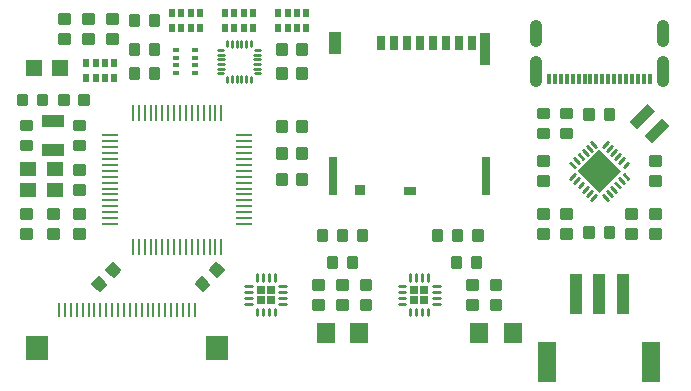
<source format=gbr>
G04 EAGLE Gerber RS-274X export*
G75*
%MOMM*%
%FSLAX34Y34*%
%LPD*%
%INSolderpaste Top*%
%IPPOS*%
%AMOC8*
5,1,8,0,0,1.08239X$1,22.5*%
G01*
%ADD10C,0.350000*%
%ADD11R,1.469200X0.280000*%
%ADD12R,0.280000X1.469200*%
%ADD13R,0.700000X1.270000*%
%ADD14R,1.050000X0.780000*%
%ADD15R,1.140000X1.830000*%
%ADD16R,0.700000X3.330000*%
%ADD17R,0.860000X2.800000*%
%ADD18R,0.900000X0.930000*%
%ADD19R,0.500000X0.350000*%
%ADD20C,0.220000*%
%ADD21R,1.900000X1.100000*%
%ADD22R,1.461800X1.211800*%
%ADD23R,0.300000X0.900000*%
%ADD24C,1.000000*%
%ADD25C,0.264000*%
%ADD26R,2.600000X2.600000*%
%ADD27R,1.400000X1.400000*%
%ADD28R,0.900000X2.100000*%
%ADD29C,0.270000*%
%ADD30R,0.760300X0.760300*%
%ADD31R,0.500000X0.650000*%
%ADD32R,1.500000X3.400000*%
%ADD33R,1.000000X3.500000*%
%ADD34R,0.250000X1.250000*%
%ADD35R,1.650000X2.050000*%
%ADD36R,1.905000X2.159000*%
%ADD37R,1.600000X1.800000*%


D10*
X91363Y96061D02*
X86061Y101363D01*
X90657Y105959D01*
X95959Y100657D01*
X91363Y96061D01*
X94688Y99386D02*
X88038Y99386D01*
X87409Y102711D02*
X93905Y102711D01*
X79343Y84041D02*
X74041Y89343D01*
X78637Y93939D01*
X83939Y88637D01*
X79343Y84041D01*
X82668Y87366D02*
X76018Y87366D01*
X75389Y90691D02*
X81885Y90691D01*
X237250Y196250D02*
X237250Y203750D01*
X237250Y196250D02*
X230750Y196250D01*
X230750Y203750D01*
X237250Y203750D01*
X237250Y199575D02*
X230750Y199575D01*
X230750Y202900D02*
X237250Y202900D01*
X254250Y203750D02*
X254250Y196250D01*
X247750Y196250D01*
X247750Y203750D01*
X254250Y203750D01*
X254250Y199575D02*
X247750Y199575D01*
X247750Y202900D02*
X254250Y202900D01*
X237250Y218750D02*
X237250Y226250D01*
X237250Y218750D02*
X230750Y218750D01*
X230750Y226250D01*
X237250Y226250D01*
X237250Y222075D02*
X230750Y222075D01*
X230750Y225400D02*
X237250Y225400D01*
X254250Y226250D02*
X254250Y218750D01*
X247750Y218750D01*
X247750Y226250D01*
X254250Y226250D01*
X254250Y222075D02*
X247750Y222075D01*
X247750Y225400D02*
X254250Y225400D01*
X112250Y263750D02*
X112250Y271250D01*
X112250Y263750D02*
X105750Y263750D01*
X105750Y271250D01*
X112250Y271250D01*
X112250Y267075D02*
X105750Y267075D01*
X105750Y270400D02*
X112250Y270400D01*
X129250Y271250D02*
X129250Y263750D01*
X122750Y263750D01*
X122750Y271250D01*
X129250Y271250D01*
X129250Y267075D02*
X122750Y267075D01*
X122750Y270400D02*
X129250Y270400D01*
X43750Y145250D02*
X36250Y145250D01*
X36250Y151750D01*
X43750Y151750D01*
X43750Y145250D01*
X43750Y148575D02*
X36250Y148575D01*
X36250Y128250D02*
X43750Y128250D01*
X36250Y128250D02*
X36250Y134750D01*
X43750Y134750D01*
X43750Y128250D01*
X43750Y131575D02*
X36250Y131575D01*
X21250Y145250D02*
X13750Y145250D01*
X13750Y151750D01*
X21250Y151750D01*
X21250Y145250D01*
X21250Y148575D02*
X13750Y148575D01*
X13750Y128250D02*
X21250Y128250D01*
X13750Y128250D02*
X13750Y134750D01*
X21250Y134750D01*
X21250Y128250D01*
X21250Y131575D02*
X13750Y131575D01*
X62750Y241250D02*
X62750Y248750D01*
X69250Y248750D01*
X69250Y241250D01*
X62750Y241250D01*
X62750Y244575D02*
X69250Y244575D01*
X69250Y247900D02*
X62750Y247900D01*
X45750Y248750D02*
X45750Y241250D01*
X45750Y248750D02*
X52250Y248750D01*
X52250Y241250D01*
X45750Y241250D01*
X45750Y244575D02*
X52250Y244575D01*
X52250Y247900D02*
X45750Y247900D01*
X173561Y101363D02*
X178863Y96061D01*
X173561Y101363D02*
X178157Y105959D01*
X183459Y100657D01*
X178863Y96061D01*
X182188Y99386D02*
X175538Y99386D01*
X174909Y102711D02*
X181405Y102711D01*
X166843Y84041D02*
X161541Y89343D01*
X166137Y93939D01*
X171439Y88637D01*
X166843Y84041D01*
X170168Y87366D02*
X163518Y87366D01*
X162889Y90691D02*
X169385Y90691D01*
X66250Y128250D02*
X66250Y134750D01*
X66250Y128250D02*
X58750Y128250D01*
X58750Y134750D01*
X66250Y134750D01*
X66250Y131575D02*
X58750Y131575D01*
X66250Y145250D02*
X66250Y151750D01*
X66250Y145250D02*
X58750Y145250D01*
X58750Y151750D01*
X66250Y151750D01*
X66250Y148575D02*
X58750Y148575D01*
D11*
X88287Y215000D03*
X88287Y210000D03*
X88287Y205000D03*
X88287Y200000D03*
X88287Y195000D03*
X88287Y190000D03*
X88287Y185000D03*
X88287Y180000D03*
X88287Y175000D03*
X88287Y170000D03*
X88287Y165000D03*
X88287Y160000D03*
X88287Y155000D03*
X88287Y150000D03*
X88287Y145000D03*
X88287Y140000D03*
D12*
X107500Y120787D03*
X112500Y120787D03*
X117500Y120787D03*
X122500Y120787D03*
X127500Y120787D03*
X132500Y120787D03*
X137500Y120787D03*
X142500Y120787D03*
X147500Y120787D03*
X152500Y120787D03*
X157500Y120787D03*
X162500Y120787D03*
X167500Y120787D03*
X172500Y120787D03*
X177500Y120787D03*
X182500Y120787D03*
D11*
X201713Y140000D03*
X201713Y145000D03*
X201713Y150000D03*
X201713Y155000D03*
X201713Y160000D03*
X201713Y165000D03*
X201713Y170000D03*
X201713Y175000D03*
X201713Y180000D03*
X201713Y185000D03*
X201713Y190000D03*
X201713Y195000D03*
X201713Y200000D03*
X201713Y205000D03*
X201713Y210000D03*
X201713Y215000D03*
D12*
X182500Y234213D03*
X177500Y234213D03*
X172500Y234213D03*
X167500Y234213D03*
X162500Y234213D03*
X157500Y234213D03*
X152500Y234213D03*
X147500Y234213D03*
X142500Y234213D03*
X137500Y234213D03*
X132500Y234213D03*
X127500Y234213D03*
X122500Y234213D03*
X117500Y234213D03*
X112500Y234213D03*
X107500Y234213D03*
D13*
X317800Y293200D03*
X328800Y293200D03*
X339800Y293200D03*
X350800Y293200D03*
X361800Y293200D03*
X372800Y293200D03*
X383800Y293200D03*
X394800Y293200D03*
D14*
X342550Y167800D03*
D15*
X279000Y293350D03*
D16*
X406400Y180567D03*
D17*
X405600Y288200D03*
D16*
X276800Y180567D03*
D18*
X299900Y168550D03*
D10*
X112250Y308750D02*
X112250Y316250D01*
X112250Y308750D02*
X105750Y308750D01*
X105750Y316250D01*
X112250Y316250D01*
X112250Y312075D02*
X105750Y312075D01*
X105750Y315400D02*
X112250Y315400D01*
X129250Y316250D02*
X129250Y308750D01*
X122750Y308750D01*
X122750Y316250D01*
X129250Y316250D01*
X129250Y312075D02*
X122750Y312075D01*
X122750Y315400D02*
X129250Y315400D01*
X66250Y182750D02*
X58750Y182750D01*
X58750Y189250D01*
X66250Y189250D01*
X66250Y182750D01*
X66250Y186075D02*
X58750Y186075D01*
X58750Y165750D02*
X66250Y165750D01*
X58750Y165750D02*
X58750Y172250D01*
X66250Y172250D01*
X66250Y165750D01*
X66250Y169075D02*
X58750Y169075D01*
X21250Y209750D02*
X13750Y209750D01*
X21250Y209750D02*
X21250Y203250D01*
X13750Y203250D01*
X13750Y209750D01*
X13750Y206575D02*
X21250Y206575D01*
X21250Y226750D02*
X13750Y226750D01*
X21250Y226750D02*
X21250Y220250D01*
X13750Y220250D01*
X13750Y226750D01*
X13750Y223575D02*
X21250Y223575D01*
X27750Y241250D02*
X27750Y248750D01*
X34250Y248750D01*
X34250Y241250D01*
X27750Y241250D01*
X27750Y244575D02*
X34250Y244575D01*
X34250Y247900D02*
X27750Y247900D01*
X10750Y248750D02*
X10750Y241250D01*
X10750Y248750D02*
X17250Y248750D01*
X17250Y241250D01*
X10750Y241250D01*
X10750Y244575D02*
X17250Y244575D01*
X17250Y247900D02*
X10750Y247900D01*
X58750Y209750D02*
X66250Y209750D01*
X66250Y203250D01*
X58750Y203250D01*
X58750Y209750D01*
X58750Y206575D02*
X66250Y206575D01*
X66250Y226750D02*
X58750Y226750D01*
X66250Y226750D02*
X66250Y220250D01*
X58750Y220250D01*
X58750Y226750D01*
X58750Y223575D02*
X66250Y223575D01*
X86250Y299750D02*
X93750Y299750D01*
X93750Y293250D01*
X86250Y293250D01*
X86250Y299750D01*
X86250Y296575D02*
X93750Y296575D01*
X93750Y316750D02*
X86250Y316750D01*
X93750Y316750D02*
X93750Y310250D01*
X86250Y310250D01*
X86250Y316750D01*
X86250Y313575D02*
X93750Y313575D01*
D19*
X160500Y287250D03*
X160500Y280750D03*
X160500Y274250D03*
X160500Y267750D03*
X144500Y267750D03*
X144500Y274250D03*
X144500Y280750D03*
X144500Y287250D03*
D10*
X112250Y283750D02*
X112250Y291250D01*
X112250Y283750D02*
X105750Y283750D01*
X105750Y291250D01*
X112250Y291250D01*
X112250Y287075D02*
X105750Y287075D01*
X105750Y290400D02*
X112250Y290400D01*
X129250Y291250D02*
X129250Y283750D01*
X122750Y283750D01*
X122750Y291250D01*
X129250Y291250D01*
X129250Y287075D02*
X122750Y287075D01*
X122750Y290400D02*
X129250Y290400D01*
D20*
X179954Y287500D02*
X184134Y287500D01*
X185134Y283500D02*
X179954Y283500D01*
X179954Y279500D02*
X185134Y279500D01*
X185134Y275500D02*
X179954Y275500D01*
X179954Y271500D02*
X185134Y271500D01*
X184134Y267500D02*
X179954Y267500D01*
X187500Y264134D02*
X187500Y259954D01*
X191500Y259954D02*
X191500Y265134D01*
X195500Y265134D02*
X195500Y259954D01*
X199500Y259954D02*
X199500Y265134D01*
X203500Y265134D02*
X203500Y259954D01*
X207500Y259954D02*
X207500Y264134D01*
X210866Y267500D02*
X215046Y267500D01*
X215046Y271500D02*
X209866Y271500D01*
X209866Y275500D02*
X215046Y275500D01*
X215046Y279500D02*
X209866Y279500D01*
X209866Y283500D02*
X215046Y283500D01*
X215046Y287500D02*
X210866Y287500D01*
X207500Y290866D02*
X207500Y295046D01*
X203500Y295046D02*
X203500Y289866D01*
X199500Y289866D02*
X199500Y295046D01*
X195500Y295046D02*
X195500Y289866D01*
X191500Y289866D02*
X191500Y295046D01*
X187500Y295046D02*
X187500Y290866D01*
D10*
X247750Y291250D02*
X247750Y283750D01*
X247750Y291250D02*
X254250Y291250D01*
X254250Y283750D01*
X247750Y283750D01*
X247750Y287075D02*
X254250Y287075D01*
X254250Y290400D02*
X247750Y290400D01*
X230750Y291250D02*
X230750Y283750D01*
X230750Y291250D02*
X237250Y291250D01*
X237250Y283750D01*
X230750Y283750D01*
X230750Y287075D02*
X237250Y287075D01*
X237250Y290400D02*
X230750Y290400D01*
X237250Y271250D02*
X237250Y263750D01*
X230750Y263750D01*
X230750Y271250D01*
X237250Y271250D01*
X237250Y267075D02*
X230750Y267075D01*
X230750Y270400D02*
X237250Y270400D01*
X254250Y271250D02*
X254250Y263750D01*
X247750Y263750D01*
X247750Y271250D01*
X254250Y271250D01*
X254250Y267075D02*
X247750Y267075D01*
X247750Y270400D02*
X254250Y270400D01*
D21*
X40000Y227500D03*
X40000Y202500D03*
D22*
X18750Y168500D03*
X41250Y168500D03*
X41250Y186500D03*
X18750Y186500D03*
D23*
X540000Y262800D03*
X530000Y262800D03*
X525000Y262800D03*
X520000Y262800D03*
X515000Y262800D03*
X510000Y262800D03*
X505000Y262800D03*
X500000Y262800D03*
X495000Y262800D03*
X490000Y262800D03*
X485000Y262800D03*
X480000Y262800D03*
X545000Y262800D03*
X535000Y262800D03*
X475000Y262800D03*
X470000Y262800D03*
X465000Y262800D03*
X460000Y262800D03*
D24*
X556500Y294800D02*
X556500Y307800D01*
X448500Y307800D02*
X448500Y294800D01*
X556500Y276750D02*
X556500Y261250D01*
X448500Y261250D02*
X448500Y276750D01*
D25*
X481947Y182124D02*
X477875Y178052D01*
X481410Y174517D02*
X485482Y178589D01*
X489018Y175053D02*
X484946Y170981D01*
X488481Y167446D02*
X492553Y171518D01*
X496089Y167982D02*
X492017Y163910D01*
X495552Y160375D02*
X499624Y164447D01*
X505376Y164447D02*
X509448Y160375D01*
X512983Y163910D02*
X508911Y167982D01*
X512447Y171518D02*
X516519Y167446D01*
X520054Y170981D02*
X515982Y175053D01*
X519518Y178589D02*
X523590Y174517D01*
X527125Y178052D02*
X523053Y182124D01*
X523053Y187876D02*
X527125Y191948D01*
X523590Y195483D02*
X519518Y191411D01*
X515982Y194947D02*
X520054Y199019D01*
X516519Y202554D02*
X512447Y198482D01*
X508911Y202018D02*
X512983Y206090D01*
X509448Y209625D02*
X505376Y205553D01*
X499624Y205553D02*
X495552Y209625D01*
X492017Y206090D02*
X496089Y202018D01*
X492553Y198482D02*
X488481Y202554D01*
X484946Y199019D02*
X489018Y194947D01*
X485482Y191411D02*
X481410Y195483D01*
X477875Y191948D02*
X481947Y187876D01*
D26*
G36*
X520884Y185000D02*
X502500Y166616D01*
X484116Y185000D01*
X502500Y203384D01*
X520884Y185000D01*
G37*
D10*
X451250Y190250D02*
X451250Y196750D01*
X458750Y196750D01*
X458750Y190250D01*
X451250Y190250D01*
X451250Y193575D02*
X458750Y193575D01*
X451250Y179750D02*
X451250Y173250D01*
X451250Y179750D02*
X458750Y179750D01*
X458750Y173250D01*
X451250Y173250D01*
X451250Y176575D02*
X458750Y176575D01*
X533750Y134750D02*
X533750Y128250D01*
X526250Y128250D01*
X526250Y134750D01*
X533750Y134750D01*
X533750Y131575D02*
X526250Y131575D01*
X533750Y145250D02*
X533750Y151750D01*
X533750Y145250D02*
X526250Y145250D01*
X526250Y151750D01*
X533750Y151750D01*
X533750Y148575D02*
X526250Y148575D01*
X458750Y134750D02*
X458750Y128250D01*
X451250Y128250D01*
X451250Y134750D01*
X458750Y134750D01*
X458750Y131575D02*
X451250Y131575D01*
X458750Y145250D02*
X458750Y151750D01*
X458750Y145250D02*
X451250Y145250D01*
X451250Y151750D01*
X458750Y151750D01*
X458750Y148575D02*
X451250Y148575D01*
X471250Y151750D02*
X471250Y145250D01*
X471250Y151750D02*
X478750Y151750D01*
X478750Y145250D01*
X471250Y145250D01*
X471250Y148575D02*
X478750Y148575D01*
X471250Y134750D02*
X471250Y128250D01*
X471250Y134750D02*
X478750Y134750D01*
X478750Y128250D01*
X471250Y128250D01*
X471250Y131575D02*
X478750Y131575D01*
X507750Y228750D02*
X507750Y236250D01*
X514250Y236250D01*
X514250Y228750D01*
X507750Y228750D01*
X507750Y232075D02*
X514250Y232075D01*
X514250Y235400D02*
X507750Y235400D01*
X490750Y236250D02*
X490750Y228750D01*
X490750Y236250D02*
X497250Y236250D01*
X497250Y228750D01*
X490750Y228750D01*
X490750Y232075D02*
X497250Y232075D01*
X497250Y235400D02*
X490750Y235400D01*
X546250Y190250D02*
X553750Y190250D01*
X546250Y190250D02*
X546250Y196750D01*
X553750Y196750D01*
X553750Y190250D01*
X553750Y193575D02*
X546250Y193575D01*
X546250Y173250D02*
X553750Y173250D01*
X546250Y173250D02*
X546250Y179750D01*
X553750Y179750D01*
X553750Y173250D01*
X553750Y176575D02*
X546250Y176575D01*
X478750Y219750D02*
X471250Y219750D01*
X478750Y219750D02*
X478750Y213250D01*
X471250Y213250D01*
X471250Y219750D01*
X471250Y216575D02*
X478750Y216575D01*
X478750Y236750D02*
X471250Y236750D01*
X478750Y236750D02*
X478750Y230250D01*
X471250Y230250D01*
X471250Y236750D01*
X471250Y233575D02*
X478750Y233575D01*
X458750Y230250D02*
X451250Y230250D01*
X451250Y236750D01*
X458750Y236750D01*
X458750Y230250D01*
X458750Y233575D02*
X451250Y233575D01*
X451250Y213250D02*
X458750Y213250D01*
X451250Y213250D02*
X451250Y219750D01*
X458750Y219750D01*
X458750Y213250D01*
X458750Y216575D02*
X451250Y216575D01*
X546250Y145250D02*
X553750Y145250D01*
X546250Y145250D02*
X546250Y151750D01*
X553750Y151750D01*
X553750Y145250D01*
X553750Y148575D02*
X546250Y148575D01*
X546250Y128250D02*
X553750Y128250D01*
X546250Y128250D02*
X546250Y134750D01*
X553750Y134750D01*
X553750Y128250D01*
X553750Y131575D02*
X546250Y131575D01*
X254250Y181250D02*
X247750Y181250D01*
X254250Y181250D02*
X254250Y173750D01*
X247750Y173750D01*
X247750Y181250D01*
X247750Y177075D02*
X254250Y177075D01*
X254250Y180400D02*
X247750Y180400D01*
X237250Y181250D02*
X230750Y181250D01*
X237250Y181250D02*
X237250Y173750D01*
X230750Y173750D01*
X230750Y181250D01*
X230750Y177075D02*
X237250Y177075D01*
X237250Y180400D02*
X230750Y180400D01*
X308750Y74750D02*
X308750Y68250D01*
X301250Y68250D01*
X301250Y74750D01*
X308750Y74750D01*
X308750Y71575D02*
X301250Y71575D01*
X308750Y85250D02*
X308750Y91750D01*
X308750Y85250D02*
X301250Y85250D01*
X301250Y91750D01*
X308750Y91750D01*
X308750Y88575D02*
X301250Y88575D01*
D27*
X46000Y272500D03*
X24000Y272500D03*
D10*
X53750Y293250D02*
X53750Y299750D01*
X53750Y293250D02*
X46250Y293250D01*
X46250Y299750D01*
X53750Y299750D01*
X53750Y296575D02*
X46250Y296575D01*
X53750Y310250D02*
X53750Y316750D01*
X53750Y310250D02*
X46250Y310250D01*
X46250Y316750D01*
X53750Y316750D01*
X53750Y313575D02*
X46250Y313575D01*
X73750Y299750D02*
X73750Y293250D01*
X66250Y293250D01*
X66250Y299750D01*
X73750Y299750D01*
X73750Y296575D02*
X66250Y296575D01*
X73750Y310250D02*
X73750Y316750D01*
X73750Y310250D02*
X66250Y310250D01*
X66250Y316750D01*
X73750Y316750D01*
X73750Y313575D02*
X66250Y313575D01*
D28*
G36*
X534748Y220404D02*
X528384Y226768D01*
X543232Y241616D01*
X549596Y235252D01*
X534748Y220404D01*
G37*
G36*
X546768Y208384D02*
X540404Y214748D01*
X555252Y229596D01*
X561616Y223232D01*
X546768Y208384D01*
G37*
D10*
X497250Y128750D02*
X490750Y128750D01*
X490750Y136250D01*
X497250Y136250D01*
X497250Y128750D01*
X497250Y132075D02*
X490750Y132075D01*
X490750Y135400D02*
X497250Y135400D01*
X507750Y128750D02*
X514250Y128750D01*
X507750Y128750D02*
X507750Y136250D01*
X514250Y136250D01*
X514250Y128750D01*
X514250Y132075D02*
X507750Y132075D01*
X507750Y135400D02*
X514250Y135400D01*
D29*
X227500Y97296D02*
X227500Y91616D01*
X222500Y91616D02*
X222500Y97296D01*
X217500Y97296D02*
X217500Y91616D01*
X212500Y91616D02*
X212500Y97296D01*
X208384Y87500D02*
X202704Y87500D01*
X202704Y82500D02*
X208384Y82500D01*
X208384Y77500D02*
X202704Y77500D01*
X202704Y72500D02*
X208384Y72500D01*
X212500Y68384D02*
X212500Y62704D01*
X217500Y62704D02*
X217500Y68384D01*
X222500Y68384D02*
X222500Y62704D01*
X227500Y62704D02*
X227500Y68384D01*
X231616Y72500D02*
X237296Y72500D01*
X237296Y77500D02*
X231616Y77500D01*
X231616Y82500D02*
X237296Y82500D01*
X237296Y87500D02*
X231616Y87500D01*
D30*
X215900Y84101D03*
X215900Y75900D03*
X224101Y84101D03*
X224101Y75900D03*
D31*
X209500Y318750D03*
X201500Y318750D03*
X193500Y318750D03*
X185500Y318750D03*
X185500Y306250D03*
X193500Y306250D03*
X201500Y306250D03*
X209500Y306250D03*
X92000Y276250D03*
X84000Y276250D03*
X76000Y276250D03*
X68000Y276250D03*
X68000Y263750D03*
X76000Y263750D03*
X84000Y263750D03*
X92000Y263750D03*
D32*
X546500Y23500D03*
X458500Y23500D03*
D33*
X522500Y81000D03*
X502500Y81000D03*
X482500Y81000D03*
D34*
X45000Y67500D03*
X50000Y67500D03*
X55000Y67500D03*
X60000Y67500D03*
X65000Y67500D03*
X70000Y67500D03*
X75000Y67500D03*
X80000Y67500D03*
X85000Y67500D03*
X90000Y67500D03*
X95000Y67500D03*
X100000Y67500D03*
X105000Y67500D03*
X110000Y67500D03*
X115000Y67500D03*
X120000Y67500D03*
X125000Y67500D03*
X130000Y67500D03*
X135000Y67500D03*
X140000Y67500D03*
X145000Y67500D03*
X150000Y67500D03*
X155000Y67500D03*
X160000Y67500D03*
D35*
X179000Y35000D03*
X26000Y35000D03*
D36*
X26300Y35000D03*
X178700Y35000D03*
D31*
X164500Y318750D03*
X156500Y318750D03*
X148500Y318750D03*
X140500Y318750D03*
X140500Y306250D03*
X148500Y306250D03*
X156500Y306250D03*
X164500Y306250D03*
X254500Y318750D03*
X246500Y318750D03*
X238500Y318750D03*
X230500Y318750D03*
X230500Y306250D03*
X238500Y306250D03*
X246500Y306250D03*
X254500Y306250D03*
D29*
X357500Y97296D02*
X357500Y91616D01*
X352500Y91616D02*
X352500Y97296D01*
X347500Y97296D02*
X347500Y91616D01*
X342500Y91616D02*
X342500Y97296D01*
X338384Y87500D02*
X332704Y87500D01*
X332704Y82500D02*
X338384Y82500D01*
X338384Y77500D02*
X332704Y77500D01*
X332704Y72500D02*
X338384Y72500D01*
X342500Y68384D02*
X342500Y62704D01*
X347500Y62704D02*
X347500Y68384D01*
X352500Y68384D02*
X352500Y62704D01*
X357500Y62704D02*
X357500Y68384D01*
X361616Y72500D02*
X367296Y72500D01*
X367296Y77500D02*
X361616Y77500D01*
X361616Y82500D02*
X367296Y82500D01*
X367296Y87500D02*
X361616Y87500D01*
D30*
X345900Y84101D03*
X345900Y75900D03*
X354101Y84101D03*
X354101Y75900D03*
D10*
X288250Y126250D02*
X281750Y126250D01*
X281750Y133750D01*
X288250Y133750D01*
X288250Y126250D01*
X288250Y129575D02*
X281750Y129575D01*
X281750Y132900D02*
X288250Y132900D01*
X298750Y126250D02*
X305250Y126250D01*
X298750Y126250D02*
X298750Y133750D01*
X305250Y133750D01*
X305250Y126250D01*
X305250Y129575D02*
X298750Y129575D01*
X298750Y132900D02*
X305250Y132900D01*
X271250Y126250D02*
X264750Y126250D01*
X264750Y133750D01*
X271250Y133750D01*
X271250Y126250D01*
X271250Y129575D02*
X264750Y129575D01*
X264750Y132900D02*
X271250Y132900D01*
X379250Y126250D02*
X385750Y126250D01*
X379250Y126250D02*
X379250Y133750D01*
X385750Y133750D01*
X385750Y126250D01*
X385750Y129575D02*
X379250Y129575D01*
X379250Y132900D02*
X385750Y132900D01*
X396250Y126250D02*
X402750Y126250D01*
X396250Y126250D02*
X396250Y133750D01*
X402750Y133750D01*
X402750Y126250D01*
X402750Y129575D02*
X396250Y129575D01*
X396250Y132900D02*
X402750Y132900D01*
X368750Y126250D02*
X362250Y126250D01*
X362250Y133750D01*
X368750Y133750D01*
X368750Y126250D01*
X368750Y129575D02*
X362250Y129575D01*
X362250Y132900D02*
X368750Y132900D01*
X296750Y111250D02*
X290250Y111250D01*
X296750Y111250D02*
X296750Y103750D01*
X290250Y103750D01*
X290250Y111250D01*
X290250Y107075D02*
X296750Y107075D01*
X296750Y110400D02*
X290250Y110400D01*
X279750Y111250D02*
X273250Y111250D01*
X279750Y111250D02*
X279750Y103750D01*
X273250Y103750D01*
X273250Y111250D01*
X273250Y107075D02*
X279750Y107075D01*
X279750Y110400D02*
X273250Y110400D01*
X395250Y111250D02*
X401750Y111250D01*
X401750Y103750D01*
X395250Y103750D01*
X395250Y111250D01*
X395250Y107075D02*
X401750Y107075D01*
X401750Y110400D02*
X395250Y110400D01*
X384750Y111250D02*
X378250Y111250D01*
X384750Y111250D02*
X384750Y103750D01*
X378250Y103750D01*
X378250Y111250D01*
X378250Y107075D02*
X384750Y107075D01*
X384750Y110400D02*
X378250Y110400D01*
X288750Y74750D02*
X281250Y74750D01*
X288750Y74750D02*
X288750Y68250D01*
X281250Y68250D01*
X281250Y74750D01*
X281250Y71575D02*
X288750Y71575D01*
X288750Y91750D02*
X281250Y91750D01*
X288750Y91750D02*
X288750Y85250D01*
X281250Y85250D01*
X281250Y91750D01*
X281250Y88575D02*
X288750Y88575D01*
X411250Y74750D02*
X418750Y74750D01*
X418750Y68250D01*
X411250Y68250D01*
X411250Y74750D01*
X411250Y71575D02*
X418750Y71575D01*
X418750Y91750D02*
X411250Y91750D01*
X418750Y91750D02*
X418750Y85250D01*
X411250Y85250D01*
X411250Y91750D01*
X411250Y88575D02*
X418750Y88575D01*
D37*
X271000Y47500D03*
X299000Y47500D03*
X429000Y47500D03*
X401000Y47500D03*
D10*
X398750Y74750D02*
X391250Y74750D01*
X398750Y74750D02*
X398750Y68250D01*
X391250Y68250D01*
X391250Y74750D01*
X391250Y71575D02*
X398750Y71575D01*
X398750Y91750D02*
X391250Y91750D01*
X398750Y91750D02*
X398750Y85250D01*
X391250Y85250D01*
X391250Y91750D01*
X391250Y88575D02*
X398750Y88575D01*
X268750Y74750D02*
X261250Y74750D01*
X268750Y74750D02*
X268750Y68250D01*
X261250Y68250D01*
X261250Y74750D01*
X261250Y71575D02*
X268750Y71575D01*
X268750Y91750D02*
X261250Y91750D01*
X268750Y91750D02*
X268750Y85250D01*
X261250Y85250D01*
X261250Y91750D01*
X261250Y88575D02*
X268750Y88575D01*
M02*

</source>
